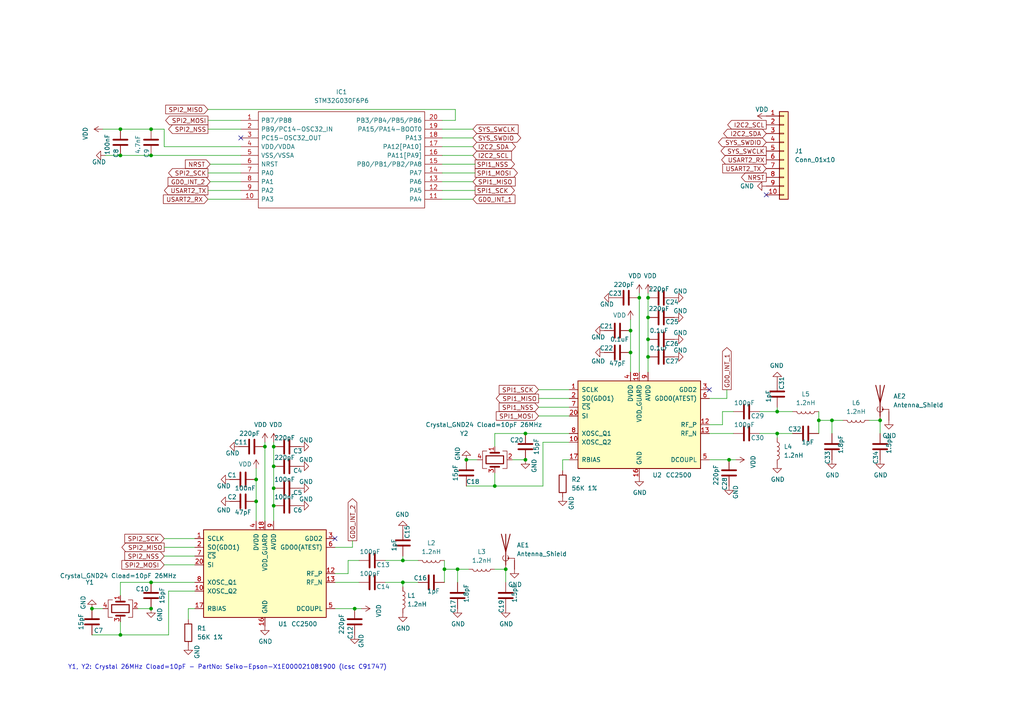
<source format=kicad_sch>
(kicad_sch (version 20211123) (generator eeschema)
  (paper "A4")
  (lib_symbols
    (symbol "Connector_Generic:Conn_01x10" (pin_names (offset 1.016) hide)
      (property "Reference" "J" (at 0 12.7 0))
      (property "Value" "Conn_01x10" (at 0 -15.24 0))
      (symbol "Conn_01x10_1_1"
        (rectangle (start -1.27 -12.573) (end 0 -12.827) (stroke (width 0.1524)))
        (rectangle (start -1.27 -10.033) (end 0 -10.287) (stroke (width 0.1524)))
        (rectangle (start -1.27 -7.493) (end 0 -7.747) (stroke (width 0.1524)))
        (rectangle (start -1.27 -4.953) (end 0 -5.207) (stroke (width 0.1524)))
        (rectangle (start -1.27 -2.413) (end 0 -2.667) (stroke (width 0.1524)))
        (rectangle (start -1.27 0.127) (end 0 -0.127) (stroke (width 0.1524)))
        (rectangle (start -1.27 2.667) (end 0 2.413) (stroke (width 0.1524)))
        (rectangle (start -1.27 5.207) (end 0 4.953) (stroke (width 0.1524)))
        (rectangle (start -1.27 7.747) (end 0 7.493) (stroke (width 0.1524)))
        (rectangle (start -1.27 10.287) (end 0 10.033) (stroke (width 0.1524)))
        (rectangle (start -1.27 11.43) (end 1.27 -13.97) (stroke (width 0.254)) (fill (type background)))
        (pin passive line (at -5.08 10.16 0) (length 3.81) (name "Pin_1") (number "1"))
        (pin passive line (at -5.08 -12.7 0) (length 3.81) (name "Pin_10") (number "10"))
        (pin passive line (at -5.08 7.62 0) (length 3.81) (name "Pin_2") (number "2"))
        (pin passive line (at -5.08 5.08 0) (length 3.81) (name "Pin_3") (number "3"))
        (pin passive line (at -5.08 2.54 0) (length 3.81) (name "Pin_4") (number "4"))
        (pin passive line (at -5.08 0 0) (length 3.81) (name "Pin_5") (number "5"))
        (pin passive line (at -5.08 -2.54 0) (length 3.81) (name "Pin_6") (number "6"))
        (pin passive line (at -5.08 -5.08 0) (length 3.81) (name "Pin_7") (number "7"))
        (pin passive line (at -5.08 -7.62 0) (length 3.81) (name "Pin_8") (number "8"))
        (pin passive line (at -5.08 -10.16 0) (length 3.81) (name "Pin_9") (number "9"))
      )
    )
    (symbol "Device:Antenna_Shield" (pin_numbers hide) (pin_names (offset 1.016) hide)
      (property "Reference" "AE" (at -1.905 4.445 0))
      (property "Value" "Antenna_Shield" (at -1.905 2.54 0))
      (symbol "Antenna_Shield_0_1"
        (arc (start -0.508 -1.143) (mid -0.8429 -2.1194) (end 0 -2.667))
        (arc (start 0 -2.667) (mid 0.7989 -2.1052) (end 0.508 -1.143))
        (polyline (pts (xy 0 -2.54) (xy 0 0)))
        (polyline (pts (xy 0 5.08) (xy 0 -3.81)) (stroke (width 0.254)))
        (polyline (pts (xy 0.762 -1.905) (xy 2.54 -1.905)))
        (polyline (pts (xy 2.54 -2.54) (xy 2.54 -1.905)))
        (polyline (pts (xy 1.27 5.08) (xy 0 0) (xy -1.27 5.08)) (stroke (width 0.254)))
        (circle (center 0.762 -1.905) (radius 0.1778) (fill (type outline)))
      )
      (symbol "Antenna_Shield_1_1"
        (pin input line (at 0 -5.08 90) (length 2.54) (name "A") (number "1"))
        (pin input line (at 2.54 -5.08 90) (length 2.54) (name "Shield") (number "2"))
      )
    )
    (symbol "Device:C" (pin_numbers hide) (pin_names (offset 0.254))
      (property "Reference" "C" (at 0.635 2.54 0))
      (property "Value" "C" (at 0.635 -2.54 0))
      (symbol "C_0_1"
        (polyline (pts (xy -2.032 -0.762) (xy 2.032 -0.762)) (stroke (width 0.508)))
        (polyline (pts (xy -2.032 0.762) (xy 2.032 0.762)) (stroke (width 0.508)))
      )
      (symbol "C_1_1"
        (pin passive line (at 0 3.81 270) (length 2.794) (name "~") (number "1"))
        (pin passive line (at 0 -3.81 90) (length 2.794) (name "~") (number "2"))
      )
    )
    (symbol "Device:Crystal_GND24" (pin_names (offset 1.016) hide)
      (property "Reference" "Y" (at 3.175 5.08 0))
      (property "Value" "Crystal_GND24" (at 3.175 3.175 0))
      (symbol "Crystal_GND24_0_1"
        (rectangle (start -1.143 2.54) (end 1.143 -2.54) (stroke (width 0.3048)))
        (polyline (pts (xy -2.54 0) (xy -2.032 0)))
        (polyline (pts (xy -2.032 -1.27) (xy -2.032 1.27)) (stroke (width 0.508)))
        (polyline (pts (xy 0 -3.81) (xy 0 -3.556)))
        (polyline (pts (xy 0 3.556) (xy 0 3.81)))
        (polyline (pts (xy 2.032 -1.27) (xy 2.032 1.27)) (stroke (width 0.508)))
        (polyline (pts (xy 2.032 0) (xy 2.54 0)))
        (polyline (pts (xy -2.54 -2.286) (xy -2.54 -3.556) (xy 2.54 -3.556) (xy 2.54 -2.286)))
        (polyline (pts (xy -2.54 2.286) (xy -2.54 3.556) (xy 2.54 3.556) (xy 2.54 2.286)))
      )
      (symbol "Crystal_GND24_1_1"
        (pin passive line (at -3.81 0 0) (length 1.27) (name "1") (number "1"))
        (pin passive line (at 0 5.08 270) (length 1.27) (name "2") (number "2"))
        (pin passive line (at 3.81 0 180) (length 1.27) (name "3") (number "3"))
        (pin passive line (at 0 -5.08 90) (length 1.27) (name "4") (number "4"))
      )
    )
    (symbol "Device:L" (pin_numbers hide) (pin_names (offset 1.016) hide)
      (property "Reference" "L" (at -1.27 0 90))
      (property "Value" "L" (at 1.905 0 90))
      (symbol "L_0_1"
        (arc (start 0 -2.54) (mid 0.635 -1.905) (end 0 -1.27))
        (arc (start 0 -1.27) (mid 0.635 -0.635) (end 0 0))
        (arc (start 0 0) (mid 0.635 0.635) (end 0 1.27))
        (arc (start 0 1.27) (mid 0.635 1.905) (end 0 2.54))
      )
      (symbol "L_1_1"
        (pin passive line (at 0 3.81 270) (length 1.27) (name "1") (number "1"))
        (pin passive line (at 0 -3.81 90) (length 1.27) (name "2") (number "2"))
      )
    )
    (symbol "Device:R" (pin_numbers hide) (pin_names (offset 0))
      (property "Reference" "R" (at 2.032 0 90))
      (property "Value" "R" (at 0 0 90))
      (symbol "R_0_1"
        (rectangle (start -1.016 -2.54) (end 1.016 2.54) (stroke (width 0.254)))
      )
      (symbol "R_1_1"
        (pin passive line (at 0 3.81 270) (length 1.27) (name "~") (number "1"))
        (pin passive line (at 0 -3.81 90) (length 1.27) (name "~") (number "2"))
      )
    )
    (symbol "RF:CC2500" (pin_names (offset 1.016))
      (property "Reference" "U" (at -16.51 13.97 0))
      (property "Value" "CC2500" (at 13.97 13.97 0))
      (symbol "CC2500_0_1"
        (rectangle (start -17.78 12.7) (end 17.78 -12.7) (stroke (width 0.254)) (fill (type background)))
      )
      (symbol "CC2500_1_1"
        (pin input line (at -20.32 10.16 0) (length 2.54) (name "SCLK") (number "1"))
        (pin passive line (at -20.32 -5.08 0) (length 2.54) (name "XOSC_Q2") (number "10"))
        (pin passive line (at 2.54 15.24 270) (length 2.54) hide (name "AVDD") (number "11"))
        (pin passive line (at 20.32 0 180) (length 2.54) (name "RF_P") (number "12"))
        (pin passive line (at 20.32 -2.54 180) (length 2.54) (name "RF_N") (number "13"))
        (pin passive line (at 2.54 15.24 270) (length 2.54) hide (name "AVDD") (number "14"))
        (pin passive line (at 2.54 15.24 270) (length 2.54) hide (name "AVDD") (number "15"))
        (pin power_in line (at 0 -15.24 90) (length 2.54) (name "GND") (number "16"))
        (pin passive line (at -20.32 -10.16 0) (length 2.54) (name "RBIAS") (number "17"))
        (pin power_in line (at 0 15.24 270) (length 2.54) (name "VDD_GUARD") (number "18"))
        (pin passive line (at 0 -15.24 90) (length 2.54) hide (name "GND") (number "19"))
        (pin bidirectional line (at -20.32 7.62 0) (length 2.54) (name "SO(GDO1)") (number "2"))
        (pin input line (at -20.32 2.54 0) (length 2.54) (name "SI") (number "20"))
        (pin passive line (at 0 -15.24 90) (length 2.54) hide (name "GND") (number "21"))
        (pin bidirectional line (at 20.32 10.16 180) (length 2.54) (name "GDO2") (number "3"))
        (pin power_in line (at -2.54 15.24 270) (length 2.54) (name "DVDD") (number "4"))
        (pin power_out line (at 20.32 -10.16 180) (length 2.54) (name "DCOUPL") (number "5"))
        (pin bidirectional line (at 20.32 7.62 180) (length 2.54) (name "GDO0(ATEST)") (number "6"))
        (pin input line (at -20.32 5.08 0) (length 2.54) (name "~{CS}") (number "7"))
        (pin passive line (at -20.32 -2.54 0) (length 2.54) (name "XOSC_Q1") (number "8"))
        (pin power_in line (at 2.54 15.24 270) (length 2.54) (name "AVDD") (number "9"))
      )
    )
    (symbol "STM32G030F6P6:STM32G030F6P6" (pin_names (offset 0.762))
      (property "Reference" "IC" (at 54.61 7.62 0))
      (property "Value" "STM32G030F6P6" (at 54.61 5.08 0))
      (symbol "STM32G030F6P6_0_0"
        (pin passive line (at 0 0 0) (length 5.08) (name "PB7/PB8") (number "1"))
        (pin passive line (at 0 -22.86 0) (length 5.08) (name "PA3") (number "10"))
        (pin passive line (at 58.42 -22.86 180) (length 5.08) (name "PA4") (number "11"))
        (pin passive line (at 58.42 -20.32 180) (length 5.08) (name "PA5") (number "12"))
        (pin passive line (at 58.42 -17.78 180) (length 5.08) (name "PA6") (number "13"))
        (pin passive line (at 58.42 -15.24 180) (length 5.08) (name "PA7") (number "14"))
        (pin passive line (at 58.42 -12.7 180) (length 5.08) (name "PB0/PB1/PB2/PA8") (number "15"))
        (pin passive line (at 58.42 -10.16 180) (length 5.08) (name "PA11[PA9]") (number "16"))
        (pin passive line (at 58.42 -7.62 180) (length 5.08) (name "PA12[PA10]") (number "17"))
        (pin passive line (at 58.42 -5.08 180) (length 5.08) (name "PA13") (number "18"))
        (pin passive line (at 58.42 -2.54 180) (length 5.08) (name "PA15/PA14-BOOT0") (number "19"))
        (pin passive line (at 0 -2.54 0) (length 5.08) (name "PB9/PC14-OSC32_IN") (number "2"))
        (pin passive line (at 58.42 0 180) (length 5.08) (name "PB3/PB4/PB5/PB6") (number "20"))
        (pin passive line (at 0 -5.08 0) (length 5.08) (name "PC15-OSC32_OUT") (number "3"))
        (pin passive line (at 0 -7.62 0) (length 5.08) (name "VDD/VDDA") (number "4"))
        (pin passive line (at 0 -10.16 0) (length 5.08) (name "VSS/VSSA") (number "5"))
        (pin passive line (at 0 -12.7 0) (length 5.08) (name "NRST") (number "6"))
        (pin passive line (at 0 -15.24 0) (length 5.08) (name "PA0") (number "7"))
        (pin passive line (at 0 -17.78 0) (length 5.08) (name "PA1") (number "8"))
        (pin passive line (at 0 -20.32 0) (length 5.08) (name "PA2") (number "9"))
      )
      (symbol "STM32G030F6P6_0_1"
        (polyline (pts (xy 5.08 2.54) (xy 53.34 2.54) (xy 53.34 -25.4) (xy 5.08 -25.4) (xy 5.08 2.54)) (stroke (width 0.1524)))
      )
    )
    (symbol "power:GND" (power) (pin_names (offset 0))
      (property "Value" "GND" (at 0 -3.81 0))
      (symbol "GND_0_1"
        (polyline (pts (xy 0 0) (xy 0 -1.27) (xy 1.27 -1.27) (xy 0 -2.54) (xy -1.27 -1.27) (xy 0 -1.27)))
      )
      (symbol "GND_1_1"
        (pin power_in line (at 0 0 270) (length 0) hide (name "GND") (number "1"))
      )
    )
    (symbol "power:VDD" (power) (pin_names (offset 0))
      (property "Value" "VDD" (at 0 3.81 0))
      (symbol "VDD_0_1"
        (polyline (pts (xy -0.762 1.27) (xy 0 2.54)))
        (polyline (pts (xy 0 0) (xy 0 2.54)))
        (polyline (pts (xy 0 2.54) (xy 0.762 1.27)))
      )
      (symbol "VDD_1_1"
        (pin power_in line (at 0 0 90) (length 0) hide (name "VDD") (number "1"))
      )
    )
  )
  (junction (at 132.715 165.1))
  (junction (at 74.295 139.065))
  (junction (at 116.84 168.91))
  (junction (at 135.255 133.35))
  (junction (at 79.375 135.255))
  (junction (at 187.96 103.505))
  (junction (at 79.375 146.685))
  (junction (at 152.4 133.35))
  (junction (at 241.3 121.92))
  (junction (at 182.88 102.235))
  (junction (at 185.42 86.36))
  (junction (at 255.27 121.92))
  (junction (at 187.96 86.36))
  (junction (at 26.67 176.53))
  (junction (at 43.815 37.465))
  (junction (at 34.925 184.15))
  (junction (at 79.375 129.54))
  (junction (at 34.925 37.465))
  (junction (at 74.295 145.415))
  (junction (at 182.88 95.885))
  (junction (at 128.905 165.1))
  (junction (at 237.49 121.92))
  (junction (at 79.375 141.605))
  (junction (at 34.925 45.085))
  (junction (at 146.685 165.1))
  (junction (at 225.425 119.38))
  (junction (at 152.4 125.73))
  (junction (at 225.425 125.73))
  (junction (at 43.815 168.91))
  (junction (at 76.835 129.54))
  (junction (at 143.51 140.97))
  (junction (at 102.87 176.53))
  (junction (at 116.84 162.56))
  (junction (at 187.96 98.425))
  (junction (at 43.815 45.085))
  (junction (at 211.455 133.35))
  (junction (at 187.96 92.075))
  (junction (at 43.815 176.53))
  (no_connect (at 69.85 40.005))
  (no_connect (at 97.155 156.21))
  (no_connect (at 205.74 113.03))
  (no_connect (at 222.25 56.515))
  (wire (pts (xy 47.625 42.545) (xy 47.625 37.465)))
  (wire (pts (xy 255.27 121.92) (xy 252.095 121.92)))
  (wire (pts (xy 56.515 176.53) (xy 54.61 176.53)))
  (wire (pts (xy 26.67 184.15) (xy 34.925 184.15)))
  (wire (pts (xy 74.295 145.415) (xy 74.295 151.13)))
  (wire (pts (xy 156.21 120.65) (xy 165.1 120.65)))
  (wire (pts (xy 97.155 158.75) (xy 102.235 158.75)))
  (wire (pts (xy 255.27 125.73) (xy 255.27 121.92)))
  (wire (pts (xy 187.96 92.075) (xy 187.96 98.425)))
  (wire (pts (xy 34.925 168.91) (xy 43.815 168.91)))
  (wire (pts (xy 79.375 141.605) (xy 79.375 146.685)))
  (wire (pts (xy 111.76 162.56) (xy 116.84 162.56)))
  (wire (pts (xy 128.27 52.705) (xy 137.16 52.705)))
  (wire (pts (xy 60.325 37.465) (xy 69.85 37.465)))
  (wire (pts (xy 74.295 139.065) (xy 74.295 135.89)))
  (wire (pts (xy 211.455 133.35) (xy 213.36 133.35)))
  (wire (pts (xy 34.925 172.72) (xy 34.925 168.91)))
  (wire (pts (xy 143.51 129.54) (xy 143.51 125.73)))
  (wire (pts (xy 187.96 103.505) (xy 187.96 107.95)))
  (wire (pts (xy 43.815 45.085) (xy 69.85 45.085)))
  (wire (pts (xy 60.325 55.245) (xy 69.85 55.245)))
  (wire (pts (xy 128.27 55.245) (xy 137.795 55.245)))
  (wire (pts (xy 47.625 161.29) (xy 56.515 161.29)))
  (wire (pts (xy 97.155 166.37) (xy 100.965 166.37)))
  (wire (pts (xy 54.61 176.53) (xy 54.61 179.705)))
  (wire (pts (xy 132.715 165.1) (xy 135.89 165.1)))
  (wire (pts (xy 241.3 121.92) (xy 244.475 121.92)))
  (wire (pts (xy 116.84 161.29) (xy 116.84 162.56)))
  (wire (pts (xy 210.82 115.57) (xy 210.82 113.03)))
  (wire (pts (xy 29.845 37.465) (xy 34.925 37.465)))
  (wire (pts (xy 128.27 40.005) (xy 137.16 40.005)))
  (wire (pts (xy 43.815 37.465) (xy 47.625 37.465)))
  (wire (pts (xy 182.88 95.885) (xy 182.88 102.235)))
  (wire (pts (xy 60.325 50.165) (xy 69.85 50.165)))
  (wire (pts (xy 128.905 165.1) (xy 128.905 168.91)))
  (wire (pts (xy 128.27 37.465) (xy 137.16 37.465)))
  (wire (pts (xy 100.965 162.56) (xy 104.14 162.56)))
  (wire (pts (xy 205.74 123.19) (xy 209.55 123.19)))
  (wire (pts (xy 132.715 165.1) (xy 132.715 168.91)))
  (wire (pts (xy 156.21 113.03) (xy 165.1 113.03)))
  (wire (pts (xy 225.425 125.73) (xy 229.87 125.73)))
  (wire (pts (xy 34.925 45.085) (xy 43.815 45.085)))
  (wire (pts (xy 135.255 140.97) (xy 143.51 140.97)))
  (wire (pts (xy 60.325 31.75) (xy 132.08 31.75)))
  (wire (pts (xy 56.515 171.45) (xy 48.895 171.45)))
  (wire (pts (xy 128.27 50.165) (xy 137.795 50.165)))
  (wire (pts (xy 128.27 47.625) (xy 137.795 47.625)))
  (wire (pts (xy 26.67 176.53) (xy 29.845 176.53)))
  (wire (pts (xy 128.27 34.925) (xy 132.08 34.925)))
  (wire (pts (xy 128.905 162.56) (xy 128.905 165.1)))
  (wire (pts (xy 79.375 128.27) (xy 79.375 129.54)))
  (wire (pts (xy 128.27 57.785) (xy 137.16 57.785)))
  (wire (pts (xy 76.835 128.27) (xy 76.835 129.54)))
  (wire (pts (xy 40.005 176.53) (xy 43.815 176.53)))
  (wire (pts (xy 182.88 102.235) (xy 182.88 107.95)))
  (wire (pts (xy 79.375 129.54) (xy 79.375 135.255)))
  (wire (pts (xy 225.425 119.38) (xy 229.87 119.38)))
  (wire (pts (xy 116.84 168.91) (xy 121.285 168.91)))
  (wire (pts (xy 156.21 115.57) (xy 165.1 115.57)))
  (wire (pts (xy 241.3 121.92) (xy 241.3 125.73)))
  (wire (pts (xy 102.87 176.53) (xy 104.775 176.53)))
  (wire (pts (xy 60.325 57.785) (xy 69.85 57.785)))
  (wire (pts (xy 237.49 121.92) (xy 241.3 121.92)))
  (wire (pts (xy 237.49 119.38) (xy 237.49 121.92)))
  (wire (pts (xy 237.49 121.92) (xy 237.49 125.73)))
  (wire (pts (xy 143.51 137.16) (xy 143.51 140.97)))
  (wire (pts (xy 156.21 118.11) (xy 165.1 118.11)))
  (wire (pts (xy 205.74 133.35) (xy 211.455 133.35)))
  (wire (pts (xy 163.195 133.35) (xy 163.195 136.525)))
  (wire (pts (xy 100.965 166.37) (xy 100.965 162.56)))
  (wire (pts (xy 182.88 95.885) (xy 182.88 92.71)))
  (wire (pts (xy 97.155 168.91) (xy 104.14 168.91)))
  (wire (pts (xy 116.84 162.56) (xy 121.285 162.56)))
  (wire (pts (xy 148.59 133.35) (xy 152.4 133.35)))
  (wire (pts (xy 76.835 129.54) (xy 76.835 151.13)))
  (wire (pts (xy 47.625 156.21) (xy 56.515 156.21)))
  (wire (pts (xy 187.96 98.425) (xy 187.96 103.505)))
  (wire (pts (xy 60.96 52.705) (xy 69.85 52.705)))
  (wire (pts (xy 60.325 34.925) (xy 69.85 34.925)))
  (wire (pts (xy 30.48 45.085) (xy 34.925 45.085)))
  (wire (pts (xy 209.55 119.38) (xy 212.725 119.38)))
  (wire (pts (xy 143.51 125.73) (xy 152.4 125.73)))
  (wire (pts (xy 128.905 165.1) (xy 132.715 165.1)))
  (wire (pts (xy 97.155 176.53) (xy 102.87 176.53)))
  (wire (pts (xy 165.1 133.35) (xy 163.195 133.35)))
  (wire (pts (xy 47.625 163.83) (xy 56.515 163.83)))
  (wire (pts (xy 143.51 140.97) (xy 157.48 140.97)))
  (wire (pts (xy 79.375 146.685) (xy 79.375 151.13)))
  (wire (pts (xy 205.74 125.73) (xy 212.725 125.73)))
  (wire (pts (xy 47.625 158.75) (xy 56.515 158.75)))
  (wire (pts (xy 185.42 86.36) (xy 185.42 107.95)))
  (wire (pts (xy 74.295 139.065) (xy 74.295 145.415)))
  (wire (pts (xy 69.85 42.545) (xy 47.625 42.545)))
  (wire (pts (xy 225.425 118.11) (xy 225.425 119.38)))
  (wire (pts (xy 146.685 168.91) (xy 146.685 165.1)))
  (wire (pts (xy 102.235 158.75) (xy 102.235 156.845)))
  (wire (pts (xy 187.96 86.36) (xy 187.96 92.075)))
  (wire (pts (xy 34.925 184.15) (xy 48.895 184.15)))
  (wire (pts (xy 220.345 119.38) (xy 225.425 119.38)))
  (wire (pts (xy 128.27 42.545) (xy 137.16 42.545)))
  (wire (pts (xy 185.42 85.09) (xy 185.42 86.36)))
  (wire (pts (xy 116.84 168.91) (xy 116.84 170.18)))
  (wire (pts (xy 205.74 115.57) (xy 210.82 115.57)))
  (wire (pts (xy 165.1 128.27) (xy 157.48 128.27)))
  (wire (pts (xy 128.27 45.085) (xy 137.16 45.085)))
  (wire (pts (xy 111.76 168.91) (xy 116.84 168.91)))
  (wire (pts (xy 34.925 37.465) (xy 43.815 37.465)))
  (wire (pts (xy 209.55 123.19) (xy 209.55 119.38)))
  (wire (pts (xy 157.48 128.27) (xy 157.48 140.97)))
  (wire (pts (xy 152.4 125.73) (xy 165.1 125.73)))
  (wire (pts (xy 135.255 133.35) (xy 138.43 133.35)))
  (wire (pts (xy 43.815 168.91) (xy 56.515 168.91)))
  (wire (pts (xy 132.08 31.75) (xy 132.08 34.925)))
  (wire (pts (xy 34.925 180.34) (xy 34.925 184.15)))
  (wire (pts (xy 48.895 171.45) (xy 48.895 184.15)))
  (wire (pts (xy 60.96 47.625) (xy 69.85 47.625)))
  (wire (pts (xy 225.425 125.73) (xy 225.425 127)))
  (wire (pts (xy 146.685 165.1) (xy 143.51 165.1)))
  (wire (pts (xy 79.375 135.255) (xy 79.375 141.605)))
  (wire (pts (xy 187.96 85.09) (xy 187.96 86.36)))
  (wire (pts (xy 220.345 125.73) (xy 225.425 125.73)))
  (text "Y1, Y2: Crystal 26MHz Cload=10pF - PartNo: Seiko-Epson-X1E000021081900 (lcsc C91747)\n" (at 19.685 194.31 0) (effects (font (size 1.27 1.27)) (justify left bottom)))
  (global_label "GD0_INT_1" (shape input) (at 137.16 57.785 0) (property "Intersheet References" "${INTERSHEET_REFS}" (effects hide)))
  (global_label "NRST" (shape output) (at 222.25 51.435 180) (property "Intersheet References" "${INTERSHEET_REFS}" (effects hide)))
  (global_label "SPI1_MISO" (shape input) (at 137.16 52.705 0) (property "Intersheet References" "${INTERSHEET_REFS}" (effects hide)))
  (global_label "SPI2_MISO" (shape input) (at 60.325 31.75 180) (property "Intersheet References" "${INTERSHEET_REFS}" (effects hide)))
  (global_label "GD0_INT_2" (shape input) (at 60.96 52.705 180) (property "Intersheet References" "${INTERSHEET_REFS}" (effects hide)))
  (global_label "I2C2_SDA" (shape bidirectional) (at 137.16 42.545 0) (property "Intersheet References" "${INTERSHEET_REFS}" (effects hide)))
  (global_label "SPI2_SCK" (shape input) (at 47.625 156.21 180) (property "Intersheet References" "${INTERSHEET_REFS}" (effects hide)))
  (global_label "USART2_RX" (shape input) (at 60.325 57.785 180) (property "Intersheet References" "${INTERSHEET_REFS}" (effects hide)))
  (global_label "SPI1_NSS" (shape output) (at 137.795 47.625 0) (property "Intersheet References" "${INTERSHEET_REFS}" (effects hide)))
  (global_label "SYS_SWDIO" (shape bidirectional) (at 137.16 40.005 0) (property "Intersheet References" "${INTERSHEET_REFS}" (effects hide)))
  (global_label "GD0_INT_2" (shape output) (at 102.235 156.845 90) (property "Intersheet References" "${INTERSHEET_REFS}" (effects hide)))
  (global_label "NRST" (shape input) (at 60.96 47.625 180) (property "Intersheet References" "${INTERSHEET_REFS}" (effects hide)))
  (global_label "SYS_SWCLK" (shape output) (at 222.25 43.815 180) (property "Intersheet References" "${INTERSHEET_REFS}" (effects hide)))
  (global_label "SYS_SWDIO" (shape bidirectional) (at 222.25 41.275 180) (property "Intersheet References" "${INTERSHEET_REFS}" (effects hide)))
  (global_label "SPI1_SCK" (shape output) (at 137.795 55.245 0) (property "Intersheet References" "${INTERSHEET_REFS}" (effects hide)))
  (global_label "USART2_RX" (shape output) (at 222.25 46.355 180) (property "Intersheet References" "${INTERSHEET_REFS}" (effects hide)))
  (global_label "SPI1_SCK" (shape input) (at 156.21 113.03 180) (property "Intersheet References" "${INTERSHEET_REFS}" (effects hide)))
  (global_label "USART2_TX" (shape input) (at 222.25 48.895 180) (property "Intersheet References" "${INTERSHEET_REFS}" (effects hide)))
  (global_label "SYS_SWCLK" (shape input) (at 137.16 37.465 0) (property "Intersheet References" "${INTERSHEET_REFS}" (effects hide)))
  (global_label "I2C2_SDA" (shape bidirectional) (at 222.25 38.735 180) (property "Intersheet References" "${INTERSHEET_REFS}" (effects hide)))
  (global_label "SPI2_NSS" (shape input) (at 47.625 161.29 180) (property "Intersheet References" "${INTERSHEET_REFS}" (effects hide)))
  (global_label "SPI1_MOSI" (shape input) (at 156.21 120.65 180) (property "Intersheet References" "${INTERSHEET_REFS}" (effects hide)))
  (global_label "SPI1_MOSI" (shape output) (at 137.795 50.165 0) (property "Intersheet References" "${INTERSHEET_REFS}" (effects hide)))
  (global_label "SPI2_MISO" (shape output) (at 47.625 158.75 180) (property "Intersheet References" "${INTERSHEET_REFS}" (effects hide)))
  (global_label "USART2_TX" (shape output) (at 60.325 55.245 180) (property "Intersheet References" "${INTERSHEET_REFS}" (effects hide)))
  (global_label "SPI1_NSS" (shape input) (at 156.21 118.11 180) (property "Intersheet References" "${INTERSHEET_REFS}" (effects hide)))
  (global_label "SPI2_NSS" (shape output) (at 60.325 37.465 180) (property "Intersheet References" "${INTERSHEET_REFS}" (effects hide)))
  (global_label "SPI1_MISO" (shape output) (at 156.21 115.57 180) (property "Intersheet References" "${INTERSHEET_REFS}" (effects hide)))
  (global_label "GD0_INT_1" (shape output) (at 210.82 113.03 90) (property "Intersheet References" "${INTERSHEET_REFS}" (effects hide)))
  (global_label "SPI2_MOSI" (shape output) (at 60.325 34.925 180) (property "Intersheet References" "${INTERSHEET_REFS}" (effects hide)))
  (global_label "I2C2_SCL" (shape input) (at 137.16 45.085 0) (property "Intersheet References" "${INTERSHEET_REFS}" (effects hide)))
  (global_label "SPI2_MOSI" (shape input) (at 47.625 163.83 180) (property "Intersheet References" "${INTERSHEET_REFS}" (effects hide)))
  (global_label "I2C2_SCL" (shape output) (at 222.25 36.195 180) (property "Intersheet References" "${INTERSHEET_REFS}" (effects hide)))
  (global_label "SPI2_SCK" (shape output) (at 60.325 50.165 180) (property "Intersheet References" "${INTERSHEET_REFS}" (effects hide)))
  (symbol (lib_id "Device:C") (at 83.185 146.685 270) (unit 1)
    (property "Reference" "C6" (at 86.36 147.955 90))
    (property "Value" "100nF" (at 82.55 144.145 90))
    (property "Footprint" "Capacitor_SMD:C_0402_1005Metric" (effects hide))
    (property "LCSC" "C1525" (effects hide))
  )
  (symbol (lib_id "Device:C") (at 152.4 129.54 180) (unit 1)
    (property "Reference" "C20" (at 149.86 127.635 0))
    (property "Value" "15pF" (at 155.575 129.54 90))
    (property "Footprint" "Capacitor_SMD:C_0402_1005Metric" (effects hide))
    (property "LCSC" "C1548" (effects hide))
  )
  (symbol (lib_id "Device:C") (at 116.84 157.48 0) (unit 1)
    (property "Reference" "C15" (at 118.11 154.305 90))
    (property "Value" "1pF" (at 114.3 158.115 90))
    (property "Footprint" "Capacitor_SMD:C_0402_1005Metric" (effects hide))
    (property "LCSC" "C1550" (effects hide))
  )
  (symbol (lib_id "power:GND") (at 116.84 153.67 180) (unit 1)
    (property "Reference" "#PWR0122" (effects hide))
    (property "Value" "GND" (at 118.745 149.225 0) (effects (justify left)))
  )
  (symbol (lib_id "power:GND") (at 30.48 45.085 270) (unit 1)
    (property "Reference" "#PWR0113" (effects hide))
    (property "Value" "GND" (at 26.67 46.99 90) (effects (justify left)))
  )
  (symbol (lib_id "power:GND") (at 86.995 146.685 90) (unit 1)
    (property "Reference" "#PWR0107" (effects hide))
    (property "Value" "GND" (at 90.805 144.78 90) (effects (justify left)))
  )
  (symbol (lib_id "Device:C") (at 83.185 135.255 270) (unit 1)
    (property "Reference" "C4" (at 86.36 136.525 90))
    (property "Value" "220pF" (at 82.55 132.715 90))
    (property "Footprint" "Capacitor_SMD:C_0402_1005Metric" (effects hide))
    (property "LCSC" "C16772" (effects hide))
  )
  (symbol (lib_id "Device:C") (at 241.3 129.54 180) (unit 1)
    (property "Reference" "C33" (at 240.03 132.715 90))
    (property "Value" "1.8pF" (at 243.84 128.905 90))
    (property "Footprint" "Capacitor_SMD:C_0402_1005Metric" (effects hide))
    (property "LCSC" "C76902" (effects hide))
  )
  (symbol (lib_id "Device:C") (at 135.255 137.16 0) (unit 1)
    (property "Reference" "C18" (at 137.16 139.7 0))
    (property "Value" "15pF" (at 132.08 137.16 90))
    (property "Footprint" "Capacitor_SMD:C_0402_1005Metric" (effects hide))
    (property "LCSC" "C1548" (effects hide))
  )
  (symbol (lib_id "power:GND") (at 225.425 110.49 180) (unit 1)
    (property "Reference" "#PWR0123" (effects hide))
    (property "Value" "GND" (at 227.33 106.045 0) (effects (justify left)))
  )
  (symbol (lib_id "power:GND") (at 195.58 92.075 90) (unit 1)
    (property "Reference" "#PWR0135" (effects hide))
    (property "Value" "GND" (at 199.39 90.17 90) (effects (justify left)))
  )
  (symbol (lib_id "power:VDD") (at 222.25 33.655 90) (unit 1)
    (property "Reference" "#PWR0144" (effects hide))
    (property "Value" "VDD" (at 220.98 31.75 90))
  )
  (symbol (lib_id "Device:C") (at 26.67 180.34 0) (unit 1)
    (property "Reference" "C7" (at 28.575 182.88 0))
    (property "Value" "15pF" (at 23.495 180.34 90))
    (property "Footprint" "Capacitor_SMD:C_0402_1005Metric" (effects hide))
    (property "LCSC" "C1548" (effects hide))
  )
  (symbol (lib_id "Device:C") (at 211.455 137.16 180) (unit 1)
    (property "Reference" "C28" (at 210.185 140.335 90))
    (property "Value" "220pF" (at 207.645 137.795 90))
    (property "Footprint" "Capacitor_SMD:C_0402_1005Metric" (effects hide))
    (property "LCSC" "C16772" (effects hide))
  )
  (symbol (lib_id "Device:C") (at 191.77 86.36 270) (unit 1)
    (property "Reference" "C24" (at 194.945 87.63 90))
    (property "Value" "220pF" (at 191.135 83.82 90))
    (property "Footprint" "Capacitor_SMD:C_0402_1005Metric" (effects hide))
    (property "LCSC" "C16772" (effects hide))
  )
  (symbol (lib_id "power:GND") (at 152.4 133.35 0) (unit 1)
    (property "Reference" "#PWR0132" (effects hide))
    (property "Value" "GND" (at 154.94 137.16 90) (effects (justify left)))
  )
  (symbol (lib_id "Device:C") (at 191.77 98.425 270) (unit 1)
    (property "Reference" "C26" (at 194.945 99.695 90))
    (property "Value" "0.1uF" (at 191.135 95.885 90))
    (property "Footprint" "Capacitor_SMD:C_0402_1005Metric" (effects hide))
    (property "LCSC" "C1525" (effects hide))
  )
  (symbol (lib_id "power:GND") (at 26.67 176.53 180) (unit 1)
    (property "Reference" "#PWR0114" (effects hide))
    (property "Value" "GND" (at 24.13 172.72 90) (effects (justify left)))
  )
  (symbol (lib_id "power:GND") (at 195.58 103.505 90) (unit 1)
    (property "Reference" "#PWR0142" (effects hide))
    (property "Value" "GND" (at 199.39 101.6 90) (effects (justify left)))
  )
  (symbol (lib_id "power:GND") (at 102.87 184.15 0) (unit 1)
    (property "Reference" "#PWR0118" (effects hide))
    (property "Value" "GND" (at 104.775 187.96 90) (effects (justify left)))
  )
  (symbol (lib_id "RF:CC2500") (at 185.42 123.19 0) (unit 1)
    (property "Reference" "U2" (at 189.23 137.795 0) (effects (justify left)))
    (property "Value" "CC2500" (at 193.04 137.795 0) (effects (justify left)))
    (property "Footprint" "Package_DFN_QFN:Texas_S-PVQFN-N20_EP2.4x2.4mm" (effects hide))
    (property "Datasheet" "http://www.ti.com/lit/ds/symlink/cc2500.pdf" (effects hide))
    (property "LCSC" "C57494" (effects hide))
  )
  (symbol (lib_id "Device:C") (at 73.025 129.54 90) (unit 1)
    (property "Reference" "C11" (at 69.85 128.27 90))
    (property "Value" "220pF" (at 72.39 125.73 90))
    (property "Footprint" "Capacitor_SMD:C_0402_1005Metric" (effects hide))
    (property "LCSC" "C16772" (effects hide))
  )
  (symbol (lib_id "power:VDD") (at 74.295 135.89 0) (unit 1)
    (property "Reference" "#PWR0105" (effects hide))
    (property "Value" "VDD" (at 71.12 134.62 0))
  )
  (symbol (lib_id "Device:C") (at 102.87 180.34 180) (unit 1)
    (property "Reference" "C12" (at 101.6 183.515 90))
    (property "Value" "220pF" (at 99.06 180.975 90))
    (property "Footprint" "Capacitor_SMD:C_0402_1005Metric" (effects hide))
    (property "LCSC" "C16772" (effects hide))
  )
  (symbol (lib_id "power:VDD") (at 104.775 176.53 270) (unit 1)
    (property "Reference" "#PWR0119" (effects hide))
    (property "Value" "VDD" (at 109.855 177.165 0))
  )
  (symbol (lib_id "Device:L") (at 233.68 119.38 270) (unit 1)
    (property "Reference" "L5" (at 233.68 114.3 90))
    (property "Value" "1.2nH" (at 233.68 116.84 90))
    (property "Footprint" "Inductor_SMD:L_0402_1005Metric" (effects hide))
    (property "LCSC" "C77117" (effects hide))
  )
  (symbol (lib_id "power:VDD") (at 185.42 85.09 0) (unit 1)
    (property "Reference" "#PWR0138" (effects hide))
    (property "Value" "VDD" (at 184.15 80.01 0))
  )
  (symbol (lib_id "power:GND") (at 66.675 139.065 270) (unit 1)
    (property "Reference" "#PWR0104" (effects hide))
    (property "Value" "GND" (at 62.865 140.97 90) (effects (justify left)))
  )
  (symbol (lib_id "power:VDD") (at 187.96 85.09 0) (unit 1)
    (property "Reference" "#PWR0140" (effects hide))
    (property "Value" "VDD" (at 188.595 80.01 0))
  )
  (symbol (lib_id "Device:R") (at 54.61 183.515 0) (unit 1)
    (property "Reference" "R1" (at 57.15 182.2449 0) (effects (justify left)))
    (property "Value" "56K 1%" (at 57.15 184.7849 0) (effects (justify left)))
    (property "Footprint" "Resistor_SMD:R_0402_1005Metric" (effects hide))
    (property "LCSC" "C25796" (effects hide))
  )
  (symbol (lib_id "power:GND") (at 146.685 176.53 0) (unit 1)
    (property "Reference" "#PWR0129" (effects hide))
    (property "Value" "GND" (at 144.78 180.975 0) (effects (justify left)))
  )
  (symbol (lib_id "Device:C") (at 83.185 129.54 270) (unit 1)
    (property "Reference" "C3" (at 86.36 130.81 90))
    (property "Value" "220pF" (at 82.55 127 90))
    (property "Footprint" "Capacitor_SMD:C_0402_1005Metric" (effects hide))
    (property "LCSC" "C16772" (effects hide))
  )
  (symbol (lib_id "Device:L") (at 225.425 130.81 0) (unit 1)
    (property "Reference" "L4" (at 227.33 129.5399 0) (effects (justify left)))
    (property "Value" "1.2nH" (at 227.33 132.0799 0) (effects (justify left)))
    (property "Footprint" "Inductor_SMD:L_0402_1005Metric" (effects hide))
    (property "LCSC" "C77117" (effects hide))
  )
  (symbol (lib_id "Device:C") (at 34.925 41.275 180) (unit 1)
    (property "Reference" "C8" (at 33.655 44.45 90))
    (property "Value" "100nF" (at 31.115 41.91 90))
    (property "Footprint" "Capacitor_SMD:C_0402_1005Metric" (effects hide))
    (property "LCSC" "C1525" (effects hide))
  )
  (symbol (lib_id "Device:C") (at 179.07 95.885 90) (unit 1)
    (property "Reference" "C21" (at 175.895 94.615 90))
    (property "Value" "0.1uF" (at 179.705 98.425 90))
    (property "Footprint" "Capacitor_SMD:C_0402_1005Metric" (effects hide))
    (property "LCSC" "C1525" (effects hide))
  )
  (symbol (lib_id "power:GND") (at 86.995 129.54 90) (unit 1)
    (property "Reference" "#PWR0102" (effects hide))
    (property "Value" "GND" (at 90.805 127.635 90) (effects (justify left)))
  )
  (symbol (lib_id "Device:R") (at 163.195 140.335 0) (unit 1)
    (property "Reference" "R2" (at 165.735 139.0649 0) (effects (justify left)))
    (property "Value" "56K 1%" (at 165.735 141.6049 0) (effects (justify left)))
    (property "Footprint" "Resistor_SMD:R_0402_1005Metric" (effects hide))
    (property "LCSC" "C25796" (effects hide))
  )
  (symbol (lib_id "power:GND") (at 225.425 134.62 0) (unit 1)
    (property "Reference" "#PWR0126" (effects hide))
    (property "Value" "GND" (at 223.52 139.065 0) (effects (justify left)))
  )
  (symbol (lib_id "power:GND") (at 66.675 145.415 270) (unit 1)
    (property "Reference" "#PWR0106" (effects hide))
    (property "Value" "GND" (at 62.865 147.955 90) (effects (justify left)))
  )
  (symbol (lib_id "power:GND") (at 132.715 176.53 0) (unit 1)
    (property "Reference" "#PWR0121" (effects hide))
    (property "Value" "GND" (at 130.81 180.975 0) (effects (justify left)))
  )
  (symbol (lib_id "Device:C") (at 216.535 125.73 270) (unit 1)
    (property "Reference" "C30" (at 219.71 127 90))
    (property "Value" "100pF" (at 215.9 123.19 90))
    (property "Footprint" "Capacitor_SMD:C_0402_1005Metric" (effects hide))
    (property "LCSC" "C1546" (effects hide))
  )
  (symbol (lib_id "power:GND") (at 257.81 121.92 0) (unit 1)
    (property "Reference" "#PWR0145" (effects hide))
    (property "Value" "GND" (at 255.905 126.365 0) (effects (justify left)))
  )
  (symbol (lib_id "power:GND") (at 149.225 165.1 0) (unit 1)
    (property "Reference" "#PWR0146" (effects hide))
    (property "Value" "GND" (at 147.32 169.545 0) (effects (justify left)))
  )
  (symbol (lib_id "power:GND") (at 43.815 176.53 0) (unit 1)
    (property "Reference" "#PWR0115" (effects hide))
    (property "Value" "GND" (at 46.355 180.34 90) (effects (justify left)))
  )
  (symbol (lib_id "RF:CC2500") (at 76.835 166.37 0) (unit 1)
    (property "Reference" "U1" (at 80.645 180.975 0) (effects (justify left)))
    (property "Value" "CC2500" (at 84.455 180.975 0) (effects (justify left)))
    (property "Footprint" "Package_DFN_QFN:Texas_S-PVQFN-N20_EP2.4x2.4mm" (effects hide))
    (property "Datasheet" "http://www.ti.com/lit/ds/symlink/cc2500.pdf" (effects hide))
    (property "LCSC" "C57494" (effects hide))
  )
  (symbol (lib_id "power:VDD") (at 79.375 128.27 0) (unit 1)
    (property "Reference" "#PWR0101" (effects hide))
    (property "Value" "VDD" (at 80.01 123.19 0))
  )
  (symbol (lib_id "Device:C") (at 83.185 141.605 270) (unit 1)
    (property "Reference" "C5" (at 86.36 142.875 90))
    (property "Value" "100nF" (at 82.55 139.065 90))
    (property "Footprint" "Capacitor_SMD:C_0402_1005Metric" (effects hide))
    (property "LCSC" "C1525" (effects hide))
  )
  (symbol (lib_id "power:GND") (at 177.8 86.36 270) (unit 1)
    (property "Reference" "#PWR0137" (effects hide))
    (property "Value" "GND" (at 173.99 88.265 90) (effects (justify left)))
  )
  (symbol (lib_id "power:GND") (at 195.58 86.36 90) (unit 1)
    (property "Reference" "#PWR0134" (effects hide))
    (property "Value" "GND" (at 199.39 84.455 90) (effects (justify left)))
  )
  (symbol (lib_id "power:VDD") (at 182.88 92.71 0) (unit 1)
    (property "Reference" "#PWR0139" (effects hide))
    (property "Value" "VDD" (at 179.705 91.44 0))
  )
  (symbol (lib_id "Device:Crystal_GND24") (at 34.925 176.53 270) (unit 1)
    (property "Reference" "Y1" (at 26.035 168.91 90))
    (property "Value" "Crystal_GND24 Cload=10pF 26MHz" (at 34.29 167.005 90))
    (property "Footprint" "Crystal:Crystal_SMD_3225-4Pin_3.2x2.5mm" (effects hide))
    (property "Alt partnumbers" "ABM3B-26.000MHZ-10-1-U-T / ECS-260-10-36B-CKY-TR / NX3225SA-26.000M-STD-CSQ-1 / 7M-26.000MEEQ-T /  NDK, AT-41CD2 (only two pins) / NDK NX3225SA-26MHz-STD-CSR-6 (8pF lcsc) / WTL3M45405LZ (lcsc C963529) / Seiko-Epson-X1E000021081900 (lcsc C91747)" (effects hide))
    (property "LCSC" "C91747" (effects hide))
  )
  (symbol (lib_id "Device:L") (at 125.095 162.56 270) (unit 1)
    (property "Reference" "L2" (at 125.095 157.48 90))
    (property "Value" "1.2nH" (at 125.095 160.02 90))
    (property "Footprint" "Inductor_SMD:L_0402_1005Metric" (effects hide))
    (property "LCSC" "C77117" (effects hide))
  )
  (symbol (lib_id "Device:C") (at 43.815 41.275 180) (unit 1)
    (property "Reference" "C9" (at 42.545 44.45 90))
    (property "Value" "4.7nF" (at 40.005 41.91 90))
    (property "Footprint" "Capacitor_SMD:C_0402_1005Metric" (effects hide))
    (property "LCSC" "C1538" (effects hide))
  )
  (symbol (lib_id "power:GND") (at 211.455 140.97 0) (unit 1)
    (property "Reference" "#PWR0124" (effects hide))
    (property "Value" "GND" (at 213.36 144.78 90) (effects (justify left)))
  )
  (symbol (lib_id "power:GND") (at 195.58 98.425 90) (unit 1)
    (property "Reference" "#PWR0141" (effects hide))
    (property "Value" "GND" (at 199.39 96.52 90) (effects (justify left)))
  )
  (symbol (lib_id "Connector_Generic:Conn_01x10") (at 227.33 43.815 0) (unit 1)
    (property "Reference" "J1" (at 230.505 43.8149 0) (effects (justify left)))
    (property "Value" "Conn_01x10" (at 230.505 46.3549 0) (effects (justify left)))
    (property "Footprint" "WiRoc:FPC-Connector_1x10-1MP_P0.5mm_Horizontal" (effects hide))
  )
  (symbol (lib_id "Device:C") (at 70.485 145.415 90) (unit 1)
    (property "Reference" "C2" (at 67.31 144.145 90))
    (property "Value" "47pF" (at 70.485 148.59 90))
    (property "Footprint" "Capacitor_SMD:C_0402_1005Metric" (effects hide))
    (property "LCSC" "C1567" (effects hide))
  )
  (symbol (lib_id "power:VDD") (at 213.36 133.35 270) (unit 1)
    (property "Reference" "#PWR0125" (effects hide))
    (property "Value" "VDD" (at 218.44 133.985 0))
  )
  (symbol (lib_id "Device:L") (at 139.7 165.1 270) (unit 1)
    (property "Reference" "L3" (at 139.7 160.02 90))
    (property "Value" "1.2nH" (at 139.7 162.56 90))
    (property "Footprint" "Inductor_SMD:L_0402_1005Metric" (effects hide))
    (property "LCSC" "C77117" (effects hide))
  )
  (symbol (lib_id "power:GND") (at 86.995 135.255 90) (unit 1)
    (property "Reference" "#PWR0103" (effects hide))
    (property "Value" "GND" (at 90.805 133.35 90) (effects (justify left)))
  )
  (symbol (lib_id "Device:C") (at 107.95 162.56 270) (unit 1)
    (property "Reference" "C13" (at 111.125 163.83 90))
    (property "Value" "100pF" (at 107.315 160.02 90))
    (property "Footprint" "Capacitor_SMD:C_0402_1005Metric" (effects hide))
    (property "LCSC" "C1546" (effects hide))
  )
  (symbol (lib_id "Device:C") (at 191.77 103.505 270) (unit 1)
    (property "Reference" "C27" (at 194.945 104.775 90))
    (property "Value" "0.1uF" (at 191.135 100.965 90))
    (property "Footprint" "Capacitor_SMD:C_0402_1005Metric" (effects hide))
    (property "LCSC" "C1525" (effects hide))
  )
  (symbol (lib_id "Device:C") (at 43.815 172.72 180) (unit 1)
    (property "Reference" "C10" (at 41.275 170.815 0))
    (property "Value" "15pF" (at 46.99 172.72 90))
    (property "Footprint" "Capacitor_SMD:C_0402_1005Metric" (effects hide))
    (property "LCSC" "C1548" (effects hide))
  )
  (symbol (lib_id "power:GND") (at 76.835 181.61 0) (unit 1)
    (property "Reference" "#PWR0117" (effects hide))
    (property "Value" "GND" (at 74.93 186.055 0) (effects (justify left)))
  )
  (symbol (lib_id "power:GND") (at 69.215 129.54 270) (unit 1)
    (property "Reference" "#PWR0110" (effects hide))
    (property "Value" "GND" (at 65.405 131.445 90) (effects (justify left)))
  )
  (symbol (lib_id "power:GND") (at 222.25 53.975 270) (unit 1)
    (property "Reference" "#PWR0143" (effects hide))
    (property "Value" "GND" (at 214.63 53.975 90) (effects (justify left)))
  )
  (symbol (lib_id "Device:C") (at 191.77 92.075 270) (unit 1)
    (property "Reference" "C25" (at 194.945 93.345 90))
    (property "Value" "220pF" (at 191.135 89.535 90))
    (property "Footprint" "Capacitor_SMD:C_0402_1005Metric" (effects hide))
    (property "LCSC" "C16772" (effects hide))
  )
  (symbol (lib_id "Device:C") (at 216.535 119.38 270) (unit 1)
    (property "Reference" "C29" (at 219.71 120.65 90))
    (property "Value" "100pF" (at 215.9 116.84 90))
    (property "Footprint" "Capacitor_SMD:C_0402_1005Metric" (effects hide))
    (property "LCSC" "C1546" (effects hide))
  )
  (symbol (lib_id "Device:Crystal_GND24") (at 143.51 133.35 270) (unit 1)
    (property "Reference" "Y2" (at 134.62 125.73 90))
    (property "Value" "Crystal_GND24 Cload=10pF 26MHz" (at 140.335 123.19 90))
    (property "Footprint" "Crystal:Crystal_SMD_3225-4Pin_3.2x2.5mm" (effects hide))
    (property "Alt partnumbers" "ABM3B-26.000MHZ-10-1-U-T / ECS-260-10-36B-CKY-TR / NX3225SA-26.000M-STD-CSQ-1 / 7M-26.000MEEQ-T /  NDK, AT-41CD2 (only two pins) / NDK NX3225SA-26MHz-STD-CSR-6 (8pF lcsc) / WTL3M45405LZ (lcsc C963529) / Seiko-Epson-X1E000021081900 (lcsc C91747)" (effects hide))
    (property "LCSC" "C91747" (effects hide))
  )
  (symbol (lib_id "power:GND") (at 163.195 144.145 0) (unit 1)
    (property "Reference" "#PWR0133" (effects hide))
    (property "Value" "GND" (at 165.735 147.955 90) (effects (justify left)))
  )
  (symbol (lib_id "power:GND") (at 86.995 141.605 90) (unit 1)
    (property "Reference" "#PWR0108" (effects hide))
    (property "Value" "GND" (at 90.805 139.7 90) (effects (justify left)))
  )
  (symbol (lib_id "Device:C") (at 146.685 172.72 180) (unit 1)
    (property "Reference" "C19" (at 145.415 175.895 90))
    (property "Value" "1.5pF" (at 149.225 172.085 90))
    (property "Footprint" "Capacitor_SMD:C_0402_1005Metric" (effects hide))
    (property "LCSC" "C282238" (effects hide))
  )
  (symbol (lib_id "Device:C") (at 225.425 114.3 0) (unit 1)
    (property "Reference" "C31" (at 226.695 111.125 90))
    (property "Value" "1pF" (at 222.885 114.935 90))
    (property "Footprint" "Capacitor_SMD:C_0402_1005Metric" (effects hide))
    (property "LCSC" "C1550" (effects hide))
  )
  (symbol (lib_id "Device:C") (at 233.68 125.73 90) (unit 1)
    (property "Reference" "C32" (at 230.505 124.46 90))
    (property "Value" "1pF" (at 234.315 128.27 90))
    (property "Footprint" "Capacitor_SMD:C_0402_1005Metric" (effects hide))
    (property "LCSC" "C1550" (effects hide))
  )
  (symbol (lib_id "Device:C") (at 179.07 102.235 90) (unit 1)
    (property "Reference" "C22" (at 175.895 100.965 90))
    (property "Value" "47pF" (at 179.07 105.41 90))
    (property "Footprint" "Capacitor_SMD:C_0402_1005Metric" (effects hide))
    (property "LCSC" "C1567" (effects hide))
  )
  (symbol (lib_id "Device:C") (at 132.715 172.72 180) (unit 1)
    (property "Reference" "C17" (at 131.445 175.895 90))
    (property "Value" "1.8pF" (at 135.255 172.085 90))
    (property "Footprint" "Capacitor_SMD:C_0402_1005Metric" (effects hide))
    (property "LCSC" "C76902" (effects hide))
  )
  (symbol (lib_id "Device:C") (at 107.95 168.91 270) (unit 1)
    (property "Reference" "C14" (at 111.125 170.18 90))
    (property "Value" "100pF" (at 107.315 166.37 90))
    (property "Footprint" "Capacitor_SMD:C_0402_1005Metric" (effects hide))
    (property "LCSC" "C1546" (effects hide))
  )
  (symbol (lib_id "power:GND") (at 175.26 102.235 270) (unit 1)
    (property "Reference" "#PWR0130" (effects hide))
    (property "Value" "GND" (at 171.45 104.775 90) (effects (justify left)))
  )
  (symbol (lib_id "power:GND") (at 54.61 187.325 0) (unit 1)
    (property "Reference" "#PWR0116" (effects hide))
    (property "Value" "GND" (at 57.15 191.135 90) (effects (justify left)))
  )
  (symbol (lib_id "power:GND") (at 185.42 138.43 0) (unit 1)
    (property "Reference" "#PWR0131" (effects hide))
    (property "Value" "GND" (at 183.515 142.875 0) (effects (justify left)))
  )
  (symbol (lib_id "power:GND") (at 135.255 133.35 180) (unit 1)
    (property "Reference" "#PWR0111" (effects hide))
    (property "Value" "GND" (at 132.715 129.54 90) (effects (justify left)))
  )
  (symbol (lib_id "power:GND") (at 175.26 95.885 270) (unit 1)
    (property "Reference" "#PWR0136" (effects hide))
    (property "Value" "GND" (at 171.45 97.79 90) (effects (justify left)))
  )
  (symbol (lib_id "power:GND") (at 255.27 133.35 0) (unit 1)
    (property "Reference" "#PWR0128" (effects hide))
    (property "Value" "GND" (at 253.365 137.795 0) (effects (justify left)))
  )
  (symbol (lib_id "Device:L") (at 248.285 121.92 270) (unit 1)
    (property "Reference" "L6" (at 248.285 116.84 90))
    (property "Value" "1.2nH" (at 248.285 119.38 90))
    (property "Footprint" "Inductor_SMD:L_0402_1005Metric" (effects hide))
    (property "LCSC" "C77117" (effects hide))
  )
  (symbol (lib_id "Device:C") (at 181.61 86.36 90) (unit 1)
    (property "Reference" "C23" (at 178.435 85.09 90))
    (property "Value" "220pF" (at 180.975 82.55 90))
    (property "Footprint" "Capacitor_SMD:C_0402_1005Metric" (effects hide))
    (property "LCSC" "C16772" (effects hide))
  )
  (symbol (lib_id "Device:Antenna_Shield") (at 255.27 116.84 0) (unit 1)
    (property "Reference" "AE2" (at 259.08 114.9349 0) (effects (justify left)))
    (property "Value" "Antenna_Shield" (at 259.08 117.4749 0) (effects (justify left)))
    (property "Footprint" "RF_Antenna:Texas_SWRA117D_2.4GHz_Right" (effects hide))
  )
  (symbol (lib_id "Device:C") (at 255.27 129.54 180) (unit 1)
    (property "Reference" "C34" (at 254 132.715 90))
    (property "Value" "1.5pF" (at 257.81 128.905 90))
    (property "Footprint" "Capacitor_SMD:C_0402_1005Metric" (effects hide))
    (property "LCSC" "C282238" (effects hide))
  )
  (symbol (lib_id "Device:Antenna_Shield") (at 146.685 160.02 0) (unit 1)
    (property "Reference" "AE1" (at 149.86 158.1149 0) (effects (justify left)))
    (property "Value" "Antenna_Shield" (at 149.86 160.6549 0) (effects (justify left)))
    (property "Footprint" "RF_Antenna:Texas_SWRA117D_2.4GHz_Right" (effects hide))
  )
  (symbol (lib_id "power:VDD") (at 76.835 128.27 0) (unit 1)
    (property "Reference" "#PWR0109" (effects hide))
    (property "Value" "VDD" (at 75.565 123.19 0))
  )
  (symbol (lib_id "power:VDD") (at 29.845 37.465 90) (unit 1)
    (property "Reference" "#PWR0112" (effects hide))
    (property "Value" "VDD" (at 24.765 38.735 0))
  )
  (symbol (lib_id "Device:L") (at 116.84 173.99 0) (unit 1)
    (property "Reference" "L1" (at 118.11 172.7199 0) (effects (justify left)))
    (property "Value" "1.2nH" (at 118.11 175.2599 0) (effects (justify left)))
    (property "Footprint" "Inductor_SMD:L_0402_1005Metric" (effects hide))
    (property "LCSC" "C77117" (effects hide))
  )
  (symbol (lib_id "power:GND") (at 116.84 177.8 0) (unit 1)
    (property "Reference" "#PWR0120" (effects hide))
    (property "Value" "GND" (at 114.935 182.245 0) (effects (justify left)))
  )
  (symbol (lib_id "STM32G030F6P6:STM32G030F6P6") (at 69.85 34.925 0) (unit 1)
    (property "Reference" "IC1" (at 99.06 26.67 0))
    (property "Value" "STM32G030F6P6" (at 99.06 29.21 0))
    (property "Footprint" "STM32G030F6P6:SOP65P640X120-20N" (effects hide))
    (property "Datasheet" "https://componentsearchengine.com/Datasheets/1/STM32G030F6P6.pdf" (effects hide))
    (property "Description" "ARM Microcontrollers - MCU" (effects hide))
    (property "Height" "1.2" (effects hide))
    (property "Manufacturer_Name" "STMicroelectronics" (effects hide))
    (property "Manufacturer_Part_Number" "STM32G030F6P6" (effects hide))
    (property "Mouser Part Number" "511-STM32G030F6P6" (effects hide))
    (property "Mouser Price/Stock" "https://www.mouser.co.uk/ProductDetail/STMicroelectronics/STM32G030F6P6?qs=uwxL4vQweFOQRcVHghCbHA%3D%3D" (effects hide))
    (property "Arrow Part Number" "STM32G030F6P6" (effects hide))
    (property "Arrow Price/Stock" "https://www.arrow.com/en/products/stm32g030f6p6/stmicroelectronics?region=nac" (effects hide))
    (property "LCSC" "C724040" (effects hide))
  )
  (symbol (lib_id "Device:C") (at 70.485 139.065 90) (unit 1)
    (property "Reference" "C1" (at 67.31 137.795 90))
    (property "Value" "100nF" (at 71.12 141.605 90))
    (property "Footprint" "Capacitor_SMD:C_0402_1005Metric" (effects hide))
    (property "LCSC" "C1525" (effects hide))
  )
  (symbol (lib_id "power:GND") (at 241.3 133.35 0) (unit 1)
    (property "Reference" "#PWR0127" (effects hide))
    (property "Value" "GND" (at 239.395 137.795 0) (effects (justify left)))
  )
  (symbol (lib_id "Device:C") (at 125.095 168.91 90) (unit 1)
    (property "Reference" "C16" (at 121.92 167.64 90))
    (property "Value" "1pF" (at 125.73 171.45 90))
    (property "Footprint" "Capacitor_SMD:C_0402_1005Metric" (effects hide))
    (property "LCSC" "C1550" (effects hide))
  )
)
</source>
